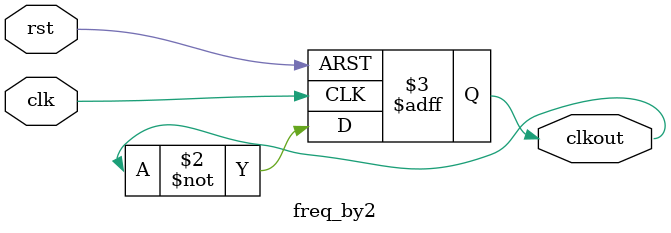
<source format=v>

module freq_by2(input clk, rst, output reg clkout);

 always@(posedge rst or posedge clk) begin
   if(rst)
     clkout <= 0;
     
   else
  
     clkout <= ~clkout;
 end 
 
endmodule

</source>
